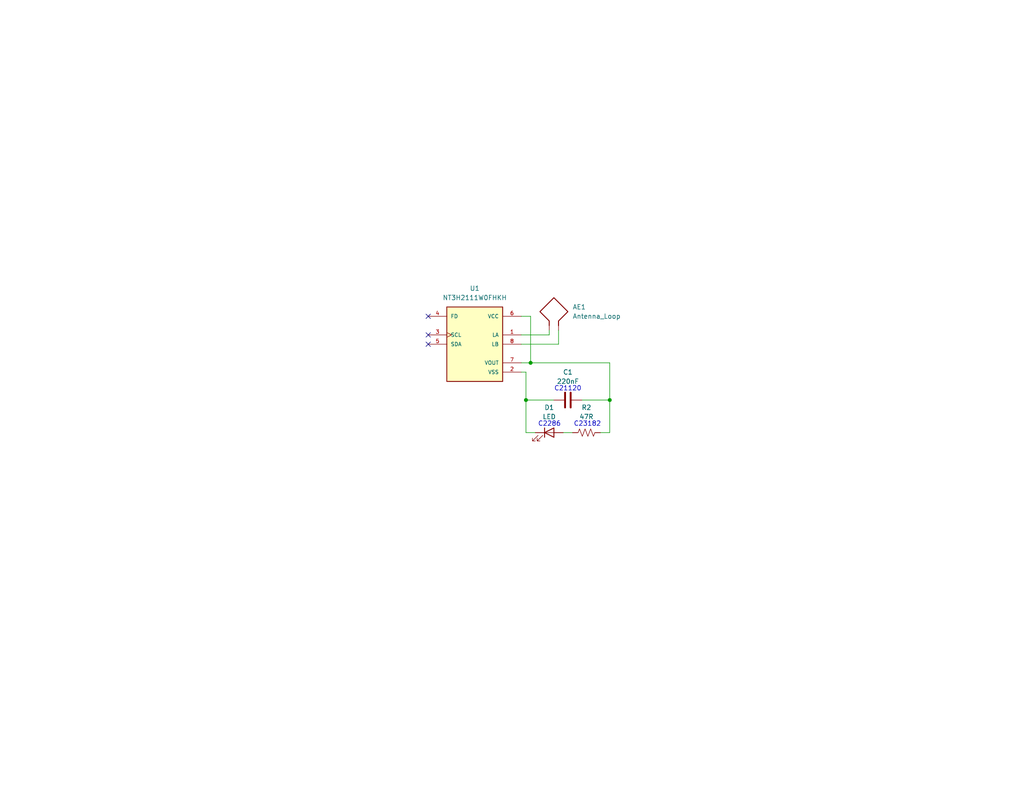
<source format=kicad_sch>
(kicad_sch
	(version 20250114)
	(generator "eeschema")
	(generator_version "9.0")
	(uuid "4b5901e5-1d00-474b-8f86-b275297cdddc")
	(paper "USLetter")
	(title_block
		(title "NFC Business Card")
		(date "2025-11-10")
		(rev "Rev. 1")
		(company "Tyler Ramsawak")
	)
	(lib_symbols
		(symbol "Device:Antenna_Loop"
			(pin_numbers
				(hide yes)
			)
			(pin_names
				(offset 1.016)
				(hide yes)
			)
			(exclude_from_sim no)
			(in_bom yes)
			(on_board yes)
			(property "Reference" "AE"
				(at 1.27 6.35 0)
				(effects
					(font
						(size 1.27 1.27)
					)
				)
			)
			(property "Value" "Antenna_Loop"
				(at 1.27 5.08 0)
				(effects
					(font
						(size 1.27 1.27)
					)
				)
			)
			(property "Footprint" ""
				(at 0 0 0)
				(effects
					(font
						(size 1.27 1.27)
					)
					(hide yes)
				)
			)
			(property "Datasheet" "~"
				(at 0 0 0)
				(effects
					(font
						(size 1.27 1.27)
					)
					(hide yes)
				)
			)
			(property "Description" "Loop antenna"
				(at 0 0 0)
				(effects
					(font
						(size 1.27 1.27)
					)
					(hide yes)
				)
			)
			(property "ki_keywords" "loop antenna"
				(at 0 0 0)
				(effects
					(font
						(size 1.27 1.27)
					)
					(hide yes)
				)
			)
			(symbol "Antenna_Loop_0_1"
				(polyline
					(pts
						(xy 2.54 -3.81) (xy 2.54 -2.54) (xy 5.08 0) (xy 1.27 3.81) (xy -2.54 0) (xy 0 -2.54) (xy 0 -3.81)
					)
					(stroke
						(width 0.254)
						(type default)
					)
					(fill
						(type none)
					)
				)
			)
			(symbol "Antenna_Loop_1_1"
				(pin input line
					(at 0 -5.08 90)
					(length 2.54)
					(name "~"
						(effects
							(font
								(size 1.27 1.27)
							)
						)
					)
					(number "1"
						(effects
							(font
								(size 1.27 1.27)
							)
						)
					)
				)
				(pin input line
					(at 2.54 -5.08 90)
					(length 2.54)
					(name "~"
						(effects
							(font
								(size 1.27 1.27)
							)
						)
					)
					(number "2"
						(effects
							(font
								(size 1.27 1.27)
							)
						)
					)
				)
			)
			(embedded_fonts no)
		)
		(symbol "Device:C"
			(pin_numbers
				(hide yes)
			)
			(pin_names
				(offset 0.254)
			)
			(exclude_from_sim no)
			(in_bom yes)
			(on_board yes)
			(property "Reference" "C"
				(at 0.635 2.54 0)
				(effects
					(font
						(size 1.27 1.27)
					)
					(justify left)
				)
			)
			(property "Value" "C"
				(at 0.635 -2.54 0)
				(effects
					(font
						(size 1.27 1.27)
					)
					(justify left)
				)
			)
			(property "Footprint" ""
				(at 0.9652 -3.81 0)
				(effects
					(font
						(size 1.27 1.27)
					)
					(hide yes)
				)
			)
			(property "Datasheet" "~"
				(at 0 0 0)
				(effects
					(font
						(size 1.27 1.27)
					)
					(hide yes)
				)
			)
			(property "Description" "Unpolarized capacitor"
				(at 0 0 0)
				(effects
					(font
						(size 1.27 1.27)
					)
					(hide yes)
				)
			)
			(property "ki_keywords" "cap capacitor"
				(at 0 0 0)
				(effects
					(font
						(size 1.27 1.27)
					)
					(hide yes)
				)
			)
			(property "ki_fp_filters" "C_*"
				(at 0 0 0)
				(effects
					(font
						(size 1.27 1.27)
					)
					(hide yes)
				)
			)
			(symbol "C_0_1"
				(polyline
					(pts
						(xy -2.032 0.762) (xy 2.032 0.762)
					)
					(stroke
						(width 0.508)
						(type default)
					)
					(fill
						(type none)
					)
				)
				(polyline
					(pts
						(xy -2.032 -0.762) (xy 2.032 -0.762)
					)
					(stroke
						(width 0.508)
						(type default)
					)
					(fill
						(type none)
					)
				)
			)
			(symbol "C_1_1"
				(pin passive line
					(at 0 3.81 270)
					(length 2.794)
					(name "~"
						(effects
							(font
								(size 1.27 1.27)
							)
						)
					)
					(number "1"
						(effects
							(font
								(size 1.27 1.27)
							)
						)
					)
				)
				(pin passive line
					(at 0 -3.81 90)
					(length 2.794)
					(name "~"
						(effects
							(font
								(size 1.27 1.27)
							)
						)
					)
					(number "2"
						(effects
							(font
								(size 1.27 1.27)
							)
						)
					)
				)
			)
			(embedded_fonts no)
		)
		(symbol "Device:LED"
			(pin_numbers
				(hide yes)
			)
			(pin_names
				(offset 1.016)
				(hide yes)
			)
			(exclude_from_sim no)
			(in_bom yes)
			(on_board yes)
			(property "Reference" "D"
				(at 0 2.54 0)
				(effects
					(font
						(size 1.27 1.27)
					)
				)
			)
			(property "Value" "LED"
				(at 0 -2.54 0)
				(effects
					(font
						(size 1.27 1.27)
					)
				)
			)
			(property "Footprint" ""
				(at 0 0 0)
				(effects
					(font
						(size 1.27 1.27)
					)
					(hide yes)
				)
			)
			(property "Datasheet" "~"
				(at 0 0 0)
				(effects
					(font
						(size 1.27 1.27)
					)
					(hide yes)
				)
			)
			(property "Description" "Light emitting diode"
				(at 0 0 0)
				(effects
					(font
						(size 1.27 1.27)
					)
					(hide yes)
				)
			)
			(property "Sim.Pins" "1=K 2=A"
				(at 0 0 0)
				(effects
					(font
						(size 1.27 1.27)
					)
					(hide yes)
				)
			)
			(property "ki_keywords" "LED diode"
				(at 0 0 0)
				(effects
					(font
						(size 1.27 1.27)
					)
					(hide yes)
				)
			)
			(property "ki_fp_filters" "LED* LED_SMD:* LED_THT:*"
				(at 0 0 0)
				(effects
					(font
						(size 1.27 1.27)
					)
					(hide yes)
				)
			)
			(symbol "LED_0_1"
				(polyline
					(pts
						(xy -3.048 -0.762) (xy -4.572 -2.286) (xy -3.81 -2.286) (xy -4.572 -2.286) (xy -4.572 -1.524)
					)
					(stroke
						(width 0)
						(type default)
					)
					(fill
						(type none)
					)
				)
				(polyline
					(pts
						(xy -1.778 -0.762) (xy -3.302 -2.286) (xy -2.54 -2.286) (xy -3.302 -2.286) (xy -3.302 -1.524)
					)
					(stroke
						(width 0)
						(type default)
					)
					(fill
						(type none)
					)
				)
				(polyline
					(pts
						(xy -1.27 0) (xy 1.27 0)
					)
					(stroke
						(width 0)
						(type default)
					)
					(fill
						(type none)
					)
				)
				(polyline
					(pts
						(xy -1.27 -1.27) (xy -1.27 1.27)
					)
					(stroke
						(width 0.254)
						(type default)
					)
					(fill
						(type none)
					)
				)
				(polyline
					(pts
						(xy 1.27 -1.27) (xy 1.27 1.27) (xy -1.27 0) (xy 1.27 -1.27)
					)
					(stroke
						(width 0.254)
						(type default)
					)
					(fill
						(type none)
					)
				)
			)
			(symbol "LED_1_1"
				(pin passive line
					(at -3.81 0 0)
					(length 2.54)
					(name "K"
						(effects
							(font
								(size 1.27 1.27)
							)
						)
					)
					(number "1"
						(effects
							(font
								(size 1.27 1.27)
							)
						)
					)
				)
				(pin passive line
					(at 3.81 0 180)
					(length 2.54)
					(name "A"
						(effects
							(font
								(size 1.27 1.27)
							)
						)
					)
					(number "2"
						(effects
							(font
								(size 1.27 1.27)
							)
						)
					)
				)
			)
			(embedded_fonts no)
		)
		(symbol "Device:R_US"
			(pin_numbers
				(hide yes)
			)
			(pin_names
				(offset 0)
			)
			(exclude_from_sim no)
			(in_bom yes)
			(on_board yes)
			(property "Reference" "R"
				(at 2.54 0 90)
				(effects
					(font
						(size 1.27 1.27)
					)
				)
			)
			(property "Value" "R_US"
				(at -2.54 0 90)
				(effects
					(font
						(size 1.27 1.27)
					)
				)
			)
			(property "Footprint" ""
				(at 1.016 -0.254 90)
				(effects
					(font
						(size 1.27 1.27)
					)
					(hide yes)
				)
			)
			(property "Datasheet" "~"
				(at 0 0 0)
				(effects
					(font
						(size 1.27 1.27)
					)
					(hide yes)
				)
			)
			(property "Description" "Resistor, US symbol"
				(at 0 0 0)
				(effects
					(font
						(size 1.27 1.27)
					)
					(hide yes)
				)
			)
			(property "ki_keywords" "R res resistor"
				(at 0 0 0)
				(effects
					(font
						(size 1.27 1.27)
					)
					(hide yes)
				)
			)
			(property "ki_fp_filters" "R_*"
				(at 0 0 0)
				(effects
					(font
						(size 1.27 1.27)
					)
					(hide yes)
				)
			)
			(symbol "R_US_0_1"
				(polyline
					(pts
						(xy 0 2.286) (xy 0 2.54)
					)
					(stroke
						(width 0)
						(type default)
					)
					(fill
						(type none)
					)
				)
				(polyline
					(pts
						(xy 0 2.286) (xy 1.016 1.905) (xy 0 1.524) (xy -1.016 1.143) (xy 0 0.762)
					)
					(stroke
						(width 0)
						(type default)
					)
					(fill
						(type none)
					)
				)
				(polyline
					(pts
						(xy 0 0.762) (xy 1.016 0.381) (xy 0 0) (xy -1.016 -0.381) (xy 0 -0.762)
					)
					(stroke
						(width 0)
						(type default)
					)
					(fill
						(type none)
					)
				)
				(polyline
					(pts
						(xy 0 -0.762) (xy 1.016 -1.143) (xy 0 -1.524) (xy -1.016 -1.905) (xy 0 -2.286)
					)
					(stroke
						(width 0)
						(type default)
					)
					(fill
						(type none)
					)
				)
				(polyline
					(pts
						(xy 0 -2.286) (xy 0 -2.54)
					)
					(stroke
						(width 0)
						(type default)
					)
					(fill
						(type none)
					)
				)
			)
			(symbol "R_US_1_1"
				(pin passive line
					(at 0 3.81 270)
					(length 1.27)
					(name "~"
						(effects
							(font
								(size 1.27 1.27)
							)
						)
					)
					(number "1"
						(effects
							(font
								(size 1.27 1.27)
							)
						)
					)
				)
				(pin passive line
					(at 0 -3.81 90)
					(length 1.27)
					(name "~"
						(effects
							(font
								(size 1.27 1.27)
							)
						)
					)
					(number "2"
						(effects
							(font
								(size 1.27 1.27)
							)
						)
					)
				)
			)
			(embedded_fonts no)
		)
		(symbol "card:NT3H2111W0FHKH"
			(pin_names
				(offset 1.016)
			)
			(exclude_from_sim no)
			(in_bom yes)
			(on_board yes)
			(property "Reference" "U"
				(at -7.6233 10.6725 0)
				(effects
					(font
						(size 1.27 1.27)
					)
					(justify left bottom)
				)
			)
			(property "Value" "NT3H2111W0FHKH"
				(at -7.6248 -12.708 0)
				(effects
					(font
						(size 1.27 1.27)
					)
					(justify left bottom)
				)
			)
			(property "Footprint" "NT3H2111W0FHKH:QFN8P50_160X160X50L40X20N"
				(at 0 0 0)
				(effects
					(font
						(size 1.27 1.27)
					)
					(justify bottom)
					(hide yes)
				)
			)
			(property "Datasheet" ""
				(at 0 0 0)
				(effects
					(font
						(size 1.27 1.27)
					)
					(hide yes)
				)
			)
			(property "Description" ""
				(at 0 0 0)
				(effects
					(font
						(size 1.27 1.27)
					)
					(hide yes)
				)
			)
			(property "MANUFACTURER" "NXP Semiconductors"
				(at 0 0 0)
				(effects
					(font
						(size 1.27 1.27)
					)
					(justify bottom)
					(hide yes)
				)
			)
			(symbol "NT3H2111W0FHKH_0_0"
				(rectangle
					(start -7.62 -10.16)
					(end 7.62 10.16)
					(stroke
						(width 0.254)
						(type default)
					)
					(fill
						(type background)
					)
				)
				(pin input line
					(at -12.7 7.62 0)
					(length 5.08)
					(name "FD"
						(effects
							(font
								(size 1.016 1.016)
							)
						)
					)
					(number "4"
						(effects
							(font
								(size 1.016 1.016)
							)
						)
					)
				)
				(pin input clock
					(at -12.7 2.54 0)
					(length 5.08)
					(name "SCL"
						(effects
							(font
								(size 1.016 1.016)
							)
						)
					)
					(number "3"
						(effects
							(font
								(size 1.016 1.016)
							)
						)
					)
				)
				(pin bidirectional line
					(at -12.7 0 0)
					(length 5.08)
					(name "SDA"
						(effects
							(font
								(size 1.016 1.016)
							)
						)
					)
					(number "5"
						(effects
							(font
								(size 1.016 1.016)
							)
						)
					)
				)
				(pin power_in line
					(at 12.7 7.62 180)
					(length 5.08)
					(name "VCC"
						(effects
							(font
								(size 1.016 1.016)
							)
						)
					)
					(number "6"
						(effects
							(font
								(size 1.016 1.016)
							)
						)
					)
				)
				(pin bidirectional line
					(at 12.7 2.54 180)
					(length 5.08)
					(name "LA"
						(effects
							(font
								(size 1.016 1.016)
							)
						)
					)
					(number "1"
						(effects
							(font
								(size 1.016 1.016)
							)
						)
					)
				)
				(pin bidirectional line
					(at 12.7 0 180)
					(length 5.08)
					(name "LB"
						(effects
							(font
								(size 1.016 1.016)
							)
						)
					)
					(number "8"
						(effects
							(font
								(size 1.016 1.016)
							)
						)
					)
				)
				(pin output line
					(at 12.7 -5.08 180)
					(length 5.08)
					(name "VOUT"
						(effects
							(font
								(size 1.016 1.016)
							)
						)
					)
					(number "7"
						(effects
							(font
								(size 1.016 1.016)
							)
						)
					)
				)
				(pin power_in line
					(at 12.7 -7.62 180)
					(length 5.08)
					(name "VSS"
						(effects
							(font
								(size 1.016 1.016)
							)
						)
					)
					(number "2"
						(effects
							(font
								(size 1.016 1.016)
							)
						)
					)
				)
			)
			(embedded_fonts no)
		)
	)
	(text "C2286"
		(exclude_from_sim no)
		(at 149.9235 115.824 0)
		(effects
			(font
				(size 1.27 1.27)
			)
		)
		(uuid "3fee5f1d-5c92-4b1c-952b-76766bf573ba")
	)
	(text "C23182"
		(exclude_from_sim no)
		(at 160.274 115.824 0)
		(effects
			(font
				(size 1.27 1.27)
			)
		)
		(uuid "8b388ebd-e332-4b90-93cc-84071dff8b01")
	)
	(text "C21120"
		(exclude_from_sim no)
		(at 154.94 106.172 0)
		(effects
			(font
				(size 1.27 1.27)
			)
		)
		(uuid "c1cb4fdc-20db-4fe8-86d6-6aa8d8543116")
	)
	(junction
		(at 144.78 99.06)
		(diameter 0)
		(color 0 0 0 0)
		(uuid "cea66eef-1531-41ae-8e7e-00f77c4420ce")
	)
	(junction
		(at 143.51 109.22)
		(diameter 0)
		(color 0 0 0 0)
		(uuid "d946a45d-72c3-4a0d-a599-8caf238b2b59")
	)
	(junction
		(at 166.37 109.22)
		(diameter 0)
		(color 0 0 0 0)
		(uuid "fd82a0b8-4ccb-4840-95d2-f362e85b59bf")
	)
	(no_connect
		(at 116.84 86.36)
		(uuid "6568557e-6768-4858-9d80-ef372d482f3e")
	)
	(no_connect
		(at 116.84 91.44)
		(uuid "6ed30e4e-b80d-4e02-b567-d795fd2dabbd")
	)
	(no_connect
		(at 116.84 93.98)
		(uuid "f30163a9-081e-4e0a-b7a4-57b39cda7b82")
	)
	(wire
		(pts
			(xy 143.51 109.22) (xy 143.51 118.11)
		)
		(stroke
			(width 0)
			(type default)
		)
		(uuid "13b0146c-909f-4ae4-9070-519da1862814")
	)
	(wire
		(pts
			(xy 142.24 86.36) (xy 144.78 86.36)
		)
		(stroke
			(width 0)
			(type default)
		)
		(uuid "1e39b27a-2d54-4613-bea4-194fd605a349")
	)
	(wire
		(pts
			(xy 166.37 99.06) (xy 166.37 109.22)
		)
		(stroke
			(width 0)
			(type default)
		)
		(uuid "1e41fbac-aeb1-4658-aeca-5a55c5771813")
	)
	(wire
		(pts
			(xy 166.37 118.11) (xy 166.37 109.22)
		)
		(stroke
			(width 0)
			(type default)
		)
		(uuid "2188026f-9ebf-425c-9648-c0610261715e")
	)
	(wire
		(pts
			(xy 143.51 109.22) (xy 151.13 109.22)
		)
		(stroke
			(width 0)
			(type default)
		)
		(uuid "334f51ef-6834-40b1-a9e9-c677c5cd7ecf")
	)
	(wire
		(pts
			(xy 144.78 99.06) (xy 166.37 99.06)
		)
		(stroke
			(width 0)
			(type default)
		)
		(uuid "4b70108a-88c8-47a8-8623-56161b9fc4cb")
	)
	(wire
		(pts
			(xy 143.51 101.6) (xy 143.51 109.22)
		)
		(stroke
			(width 0)
			(type default)
		)
		(uuid "6ab9e28b-ae15-44c3-9326-e0a2fcb03575")
	)
	(wire
		(pts
			(xy 142.24 99.06) (xy 144.78 99.06)
		)
		(stroke
			(width 0)
			(type default)
		)
		(uuid "87a6d4f7-9e12-4840-9cd7-7d552a4dde86")
	)
	(wire
		(pts
			(xy 156.21 118.11) (xy 153.67 118.11)
		)
		(stroke
			(width 0)
			(type default)
		)
		(uuid "87d7a36a-8bf8-40e6-ae0e-3496cbbff49e")
	)
	(wire
		(pts
			(xy 166.37 109.22) (xy 158.75 109.22)
		)
		(stroke
			(width 0)
			(type default)
		)
		(uuid "95c3125d-d651-45b6-84be-25c97dc0a34b")
	)
	(wire
		(pts
			(xy 144.78 86.36) (xy 144.78 99.06)
		)
		(stroke
			(width 0)
			(type default)
		)
		(uuid "9e5e143b-37da-4d36-8e3b-c9d298f3753c")
	)
	(wire
		(pts
			(xy 149.86 91.44) (xy 149.86 90.17)
		)
		(stroke
			(width 0)
			(type default)
		)
		(uuid "b498475f-07fe-4c77-87ae-1caf5ad54d2d")
	)
	(wire
		(pts
			(xy 163.83 118.11) (xy 166.37 118.11)
		)
		(stroke
			(width 0)
			(type default)
		)
		(uuid "b81a0b77-7f3b-4ce0-a554-6ec208f78ab8")
	)
	(wire
		(pts
			(xy 142.24 91.44) (xy 149.86 91.44)
		)
		(stroke
			(width 0)
			(type default)
		)
		(uuid "be675df3-4357-4c2d-8460-b2e823f1c369")
	)
	(wire
		(pts
			(xy 142.24 93.98) (xy 152.4 93.98)
		)
		(stroke
			(width 0)
			(type default)
		)
		(uuid "e6c7a958-0b05-4a18-9cd0-3f94abf2c735")
	)
	(wire
		(pts
			(xy 143.51 101.6) (xy 142.24 101.6)
		)
		(stroke
			(width 0)
			(type default)
		)
		(uuid "eafb9ca1-5698-43b8-9dda-01337ba3ce7f")
	)
	(wire
		(pts
			(xy 146.05 118.11) (xy 143.51 118.11)
		)
		(stroke
			(width 0)
			(type default)
		)
		(uuid "f67f15c0-3474-44da-b67a-47ec66dc51d1")
	)
	(wire
		(pts
			(xy 152.4 90.17) (xy 152.4 93.98)
		)
		(stroke
			(width 0)
			(type default)
		)
		(uuid "f71f3a2d-11d1-4995-96bd-6bbdcb9f6b5b")
	)
	(symbol
		(lib_id "card:NT3H2111W0FHKH")
		(at 129.54 93.98 0)
		(unit 1)
		(exclude_from_sim no)
		(in_bom yes)
		(on_board yes)
		(dnp no)
		(fields_autoplaced yes)
		(uuid "05dd453e-72bc-4d78-9371-cf1a19af6cba")
		(property "Reference" "U1"
			(at 129.54 78.74 0)
			(effects
				(font
					(size 1.27 1.27)
				)
			)
		)
		(property "Value" "NT3H2111W0FHKH"
			(at 129.54 81.28 0)
			(effects
				(font
					(size 1.27 1.27)
				)
			)
		)
		(property "Footprint" "card:QFN8P50_160X160X50L40X20N"
			(at 129.54 93.98 0)
			(effects
				(font
					(size 1.27 1.27)
				)
				(justify bottom)
				(hide yes)
			)
		)
		(property "Datasheet" ""
			(at 129.54 93.98 0)
			(effects
				(font
					(size 1.27 1.27)
				)
				(hide yes)
			)
		)
		(property "Description" ""
			(at 129.54 93.98 0)
			(effects
				(font
					(size 1.27 1.27)
				)
				(hide yes)
			)
		)
		(property "MANUFACTURER" "NXP Semiconductors"
			(at 129.54 93.98 0)
			(effects
				(font
					(size 1.27 1.27)
				)
				(justify bottom)
				(hide yes)
			)
		)
		(property "LCSC" "C710403"
			(at 129.54 93.98 0)
			(effects
				(font
					(size 1.27 1.27)
				)
				(hide yes)
			)
		)
		(pin "5"
			(uuid "620d61f1-f488-43db-9ac0-bcc3571f3b24")
		)
		(pin "1"
			(uuid "1498523d-297b-4124-b78e-f9974bcf3954")
		)
		(pin "6"
			(uuid "e5628969-e915-492d-affe-9195602b2070")
		)
		(pin "2"
			(uuid "f316218c-79ac-446e-a107-21571b7c6341")
		)
		(pin "3"
			(uuid "1bc04585-a308-4e6f-8dee-9425bf4aaca8")
		)
		(pin "7"
			(uuid "c2d8765e-cd03-4f6b-a54f-aacf4c621784")
		)
		(pin "4"
			(uuid "e3f42c01-8836-428d-967a-5cab4f993883")
		)
		(pin "8"
			(uuid "cbd0821b-de12-483f-894d-64be044f1e07")
		)
		(instances
			(project ""
				(path "/4b5901e5-1d00-474b-8f86-b275297cdddc"
					(reference "U1")
					(unit 1)
				)
			)
		)
	)
	(symbol
		(lib_id "Device:Antenna_Loop")
		(at 149.86 85.09 0)
		(unit 1)
		(exclude_from_sim no)
		(in_bom yes)
		(on_board yes)
		(dnp no)
		(fields_autoplaced yes)
		(uuid "4e08e81a-b7de-4c1b-9aee-0a4396990002")
		(property "Reference" "AE1"
			(at 156.21 83.8199 0)
			(effects
				(font
					(size 1.27 1.27)
				)
				(justify left)
			)
		)
		(property "Value" "Antenna_Loop"
			(at 156.21 86.3599 0)
			(effects
				(font
					(size 1.27 1.27)
				)
				(justify left)
			)
		)
		(property "Footprint" "card:25X48MM_NFC"
			(at 149.86 85.09 0)
			(effects
				(font
					(size 1.27 1.27)
				)
				(hide yes)
			)
		)
		(property "Datasheet" "~"
			(at 149.86 85.09 0)
			(effects
				(font
					(size 1.27 1.27)
				)
				(hide yes)
			)
		)
		(property "Description" "Loop antenna"
			(at 149.86 85.09 0)
			(effects
				(font
					(size 1.27 1.27)
				)
				(hide yes)
			)
		)
		(property "LCSC" ""
			(at 149.86 85.09 0)
			(effects
				(font
					(size 1.27 1.27)
				)
				(hide yes)
			)
		)
		(pin "2"
			(uuid "40cae7c6-ac13-4e18-a534-0462d0b09874")
		)
		(pin "1"
			(uuid "2a1a9496-3cfa-42f0-985d-c5ab0c42050e")
		)
		(instances
			(project ""
				(path "/4b5901e5-1d00-474b-8f86-b275297cdddc"
					(reference "AE1")
					(unit 1)
				)
			)
		)
	)
	(symbol
		(lib_id "Device:C")
		(at 154.94 109.22 90)
		(unit 1)
		(exclude_from_sim no)
		(in_bom yes)
		(on_board yes)
		(dnp no)
		(fields_autoplaced yes)
		(uuid "6e73815b-aaaf-40a7-8374-da3e97f80f7a")
		(property "Reference" "C1"
			(at 154.94 101.6 90)
			(effects
				(font
					(size 1.27 1.27)
				)
			)
		)
		(property "Value" "220nF"
			(at 154.94 104.14 90)
			(effects
				(font
					(size 1.27 1.27)
				)
			)
		)
		(property "Footprint" "Capacitor_SMD:C_0603_1608Metric"
			(at 158.75 108.2548 0)
			(effects
				(font
					(size 1.27 1.27)
				)
				(hide yes)
			)
		)
		(property "Datasheet" "~"
			(at 154.94 109.22 0)
			(effects
				(font
					(size 1.27 1.27)
				)
				(hide yes)
			)
		)
		(property "Description" "Unpolarized capacitor"
			(at 154.94 109.22 0)
			(effects
				(font
					(size 1.27 1.27)
				)
				(hide yes)
			)
		)
		(property "LCSC" "C21120"
			(at 154.94 109.22 90)
			(effects
				(font
					(size 1.27 1.27)
				)
				(hide yes)
			)
		)
		(pin "2"
			(uuid "80ffe234-2ff1-4b5e-9377-8845585d8045")
		)
		(pin "1"
			(uuid "1099b8ab-0c6e-4655-bd05-7a78ae872627")
		)
		(instances
			(project ""
				(path "/4b5901e5-1d00-474b-8f86-b275297cdddc"
					(reference "C1")
					(unit 1)
				)
			)
		)
	)
	(symbol
		(lib_id "Device:R_US")
		(at 160.02 118.11 90)
		(unit 1)
		(exclude_from_sim no)
		(in_bom yes)
		(on_board yes)
		(dnp no)
		(uuid "73d09364-b8a7-460a-9f37-26bdc1c5b02d")
		(property "Reference" "R2"
			(at 160.02 111.252 90)
			(effects
				(font
					(size 1.27 1.27)
				)
			)
		)
		(property "Value" "47R"
			(at 160.02 113.792 90)
			(effects
				(font
					(size 1.27 1.27)
				)
			)
		)
		(property "Footprint" "Resistor_SMD:R_0603_1608Metric"
			(at 160.274 117.094 90)
			(effects
				(font
					(size 1.27 1.27)
				)
				(hide yes)
			)
		)
		(property "Datasheet" "~"
			(at 160.02 118.11 0)
			(effects
				(font
					(size 1.27 1.27)
				)
				(hide yes)
			)
		)
		(property "Description" "Resistor, US symbol"
			(at 160.02 118.11 0)
			(effects
				(font
					(size 1.27 1.27)
				)
				(hide yes)
			)
		)
		(property "LCSC" "C23182"
			(at 160.02 118.11 90)
			(effects
				(font
					(size 1.27 1.27)
				)
				(hide yes)
			)
		)
		(pin "2"
			(uuid "9ab74841-765f-4179-9bc8-e119191002bf")
		)
		(pin "1"
			(uuid "8c2c4ea1-a670-4239-8d83-8e44e406e7bb")
		)
		(instances
			(project ""
				(path "/4b5901e5-1d00-474b-8f86-b275297cdddc"
					(reference "R2")
					(unit 1)
				)
			)
		)
	)
	(symbol
		(lib_id "Device:LED")
		(at 149.86 118.11 0)
		(unit 1)
		(exclude_from_sim no)
		(in_bom yes)
		(on_board yes)
		(dnp no)
		(uuid "979cbeb3-d88a-4936-bb5a-cc30935f0d41")
		(property "Reference" "D1"
			(at 149.86 111.252 0)
			(effects
				(font
					(size 1.27 1.27)
				)
			)
		)
		(property "Value" "LED"
			(at 149.86 113.792 0)
			(effects
				(font
					(size 1.27 1.27)
				)
			)
		)
		(property "Footprint" "LED_SMD:LED_0603_1608Metric"
			(at 149.86 118.11 0)
			(effects
				(font
					(size 1.27 1.27)
				)
				(hide yes)
			)
		)
		(property "Datasheet" "~"
			(at 149.86 118.11 0)
			(effects
				(font
					(size 1.27 1.27)
				)
				(hide yes)
			)
		)
		(property "Description" "Light emitting diode"
			(at 149.86 118.11 0)
			(effects
				(font
					(size 1.27 1.27)
				)
				(hide yes)
			)
		)
		(property "Sim.Pins" "1=K 2=A"
			(at 149.86 118.11 0)
			(effects
				(font
					(size 1.27 1.27)
				)
				(hide yes)
			)
		)
		(property "LCSC" "C2286"
			(at 149.86 118.11 0)
			(effects
				(font
					(size 1.27 1.27)
				)
				(hide yes)
			)
		)
		(pin "1"
			(uuid "4ed1958d-3fce-4549-bfc6-4f48e9db6df1")
		)
		(pin "2"
			(uuid "1428bd94-e1c7-4ada-aba0-b2c508f85419")
		)
		(instances
			(project ""
				(path "/4b5901e5-1d00-474b-8f86-b275297cdddc"
					(reference "D1")
					(unit 1)
				)
			)
		)
	)
	(sheet_instances
		(path "/"
			(page "1")
		)
	)
	(embedded_fonts no)
)

</source>
